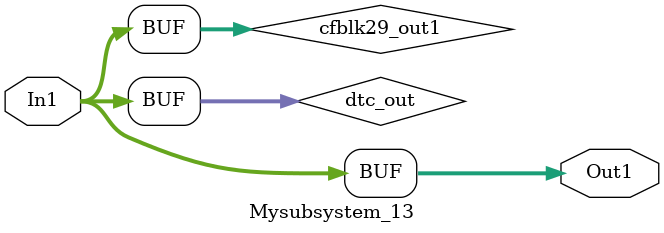
<source format=v>



`timescale 1 ns / 1 ns

module Mysubsystem_13
          (In1,
           Out1);


  input   [7:0] In1;  // uint8
  output  [7:0] Out1;  // uint8


  wire [7:0] dtc_out;  // ufix8
  wire [7:0] cfblk29_out1;  // uint8


  assign dtc_out = In1;



  assign cfblk29_out1 = dtc_out;



  assign Out1 = cfblk29_out1;

endmodule  // Mysubsystem_13


</source>
